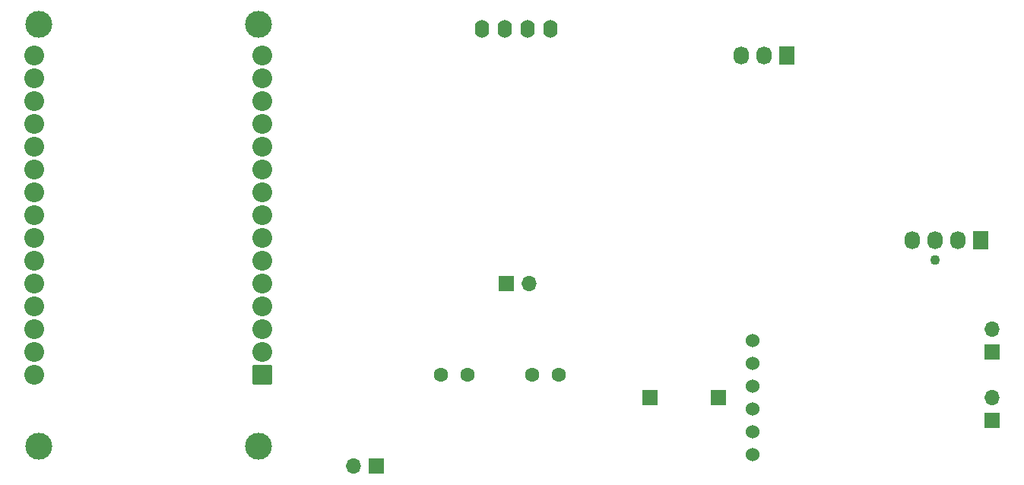
<source format=gbr>
%TF.GenerationSoftware,KiCad,Pcbnew,7.0.9*%
%TF.CreationDate,2023-11-28T16:56:20-05:00*%
%TF.ProjectId,PCB taller de electronica,50434220-7461-46c6-9c65-722064652065,rev?*%
%TF.SameCoordinates,Original*%
%TF.FileFunction,Soldermask,Top*%
%TF.FilePolarity,Negative*%
%FSLAX46Y46*%
G04 Gerber Fmt 4.6, Leading zero omitted, Abs format (unit mm)*
G04 Created by KiCad (PCBNEW 7.0.9) date 2023-11-28 16:56:20*
%MOMM*%
%LPD*%
G01*
G04 APERTURE LIST*
G04 Aperture macros list*
%AMRoundRect*
0 Rectangle with rounded corners*
0 $1 Rounding radius*
0 $2 $3 $4 $5 $6 $7 $8 $9 X,Y pos of 4 corners*
0 Add a 4 corners polygon primitive as box body*
4,1,4,$2,$3,$4,$5,$6,$7,$8,$9,$2,$3,0*
0 Add four circle primitives for the rounded corners*
1,1,$1+$1,$2,$3*
1,1,$1+$1,$4,$5*
1,1,$1+$1,$6,$7*
1,1,$1+$1,$8,$9*
0 Add four rect primitives between the rounded corners*
20,1,$1+$1,$2,$3,$4,$5,0*
20,1,$1+$1,$4,$5,$6,$7,0*
20,1,$1+$1,$6,$7,$8,$9,0*
20,1,$1+$1,$8,$9,$2,$3,0*%
G04 Aperture macros list end*
%ADD10R,1.700000X1.700000*%
%ADD11C,1.524000*%
%ADD12R,1.730000X2.030000*%
%ADD13O,1.730000X2.030000*%
%ADD14C,1.100000*%
%ADD15C,1.600000*%
%ADD16O,1.700000X1.700000*%
%ADD17O,1.600000X2.000000*%
%ADD18C,3.000000*%
%ADD19RoundRect,0.102000X1.000000X1.000000X-1.000000X1.000000X-1.000000X-1.000000X1.000000X-1.000000X0*%
%ADD20C,2.204000*%
G04 APERTURE END LIST*
D10*
%TO.C,LDRPin1*%
X176360000Y-126060000D03*
%TD*%
D11*
%TO.C,U2*%
X187790000Y-119710000D03*
X187790000Y-122250000D03*
X187790000Y-124790000D03*
X187790000Y-127330000D03*
X187790000Y-129870000D03*
X187790000Y-132410000D03*
%TD*%
D12*
%TO.C,J2*%
X191610000Y-87960000D03*
D13*
X189070000Y-87960000D03*
X186530000Y-87960000D03*
%TD*%
D14*
%TO.C,J1*%
X208100000Y-110740000D03*
D12*
X213180000Y-108580000D03*
D13*
X210640000Y-108580000D03*
X208100000Y-108580000D03*
X205560000Y-108580000D03*
%TD*%
D10*
%TO.C,LDR+*%
X183980000Y-126060000D03*
%TD*%
D15*
%TO.C,R2*%
X156040000Y-123520000D03*
X153040000Y-123520000D03*
%TD*%
%TO.C,R1*%
X163200000Y-123520000D03*
X166200000Y-123520000D03*
%TD*%
D10*
%TO.C,Batt1*%
X214460000Y-128600000D03*
D16*
X214460000Y-126060000D03*
%TD*%
D10*
%TO.C,Switch*%
X145880000Y-133680000D03*
D16*
X143340000Y-133680000D03*
%TD*%
D10*
%TO.C,pushButton1*%
X160350000Y-113360000D03*
D16*
X162890000Y-113360000D03*
%TD*%
D10*
%TO.C,MicroUSB1*%
X214460000Y-120980000D03*
D16*
X214460000Y-118440000D03*
%TD*%
D17*
%TO.C,Brd1*%
X157680000Y-84980000D03*
X160220000Y-84980000D03*
X162760000Y-84980000D03*
X165300000Y-84980000D03*
%TD*%
D18*
%TO.C,U1*%
X132760000Y-131480000D03*
X132760000Y-84530000D03*
X108250000Y-131480000D03*
X108250000Y-84530000D03*
D19*
X133180000Y-123520000D03*
D20*
X133180000Y-120980000D03*
X133180000Y-118440000D03*
X133180000Y-115900000D03*
X133180000Y-113360000D03*
X133180000Y-110820000D03*
X133180000Y-108280000D03*
X133180000Y-105740000D03*
X133180000Y-103200000D03*
X133180000Y-100660000D03*
X133180000Y-98120000D03*
X133180000Y-95580000D03*
X133180000Y-93040000D03*
X133180000Y-90500000D03*
X133180000Y-87960000D03*
X107780000Y-87960000D03*
X107780000Y-90500000D03*
X107780000Y-93040000D03*
X107780000Y-95580000D03*
X107780000Y-98120000D03*
X107780000Y-100660000D03*
X107780000Y-103200000D03*
X107780000Y-105740000D03*
X107780000Y-108280000D03*
X107780000Y-110820000D03*
X107780000Y-113360000D03*
X107780000Y-115900000D03*
X107780000Y-118440000D03*
X107780000Y-120980000D03*
X107780000Y-123520000D03*
%TD*%
M02*

</source>
